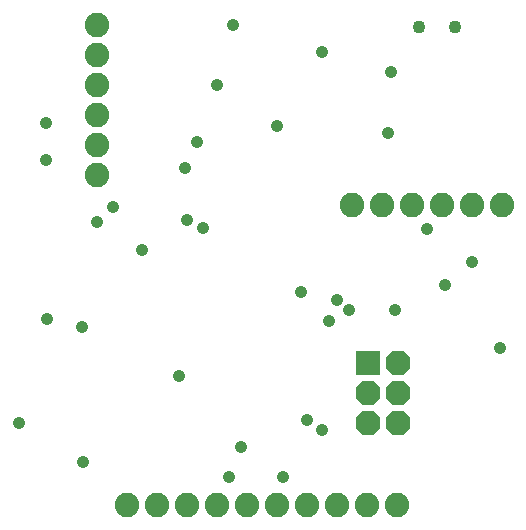
<source format=gbs>
G75*
%MOIN*%
%OFA0B0*%
%FSLAX25Y25*%
%IPPOS*%
%LPD*%
%AMOC8*
5,1,8,0,0,1.08239X$1,22.5*
%
%ADD10R,0.08200X0.08200*%
%ADD11OC8,0.08200*%
%ADD12C,0.08200*%
%ADD13C,0.04343*%
%ADD14C,0.04100*%
D10*
X0131500Y0067301D03*
D11*
X0141500Y0067301D03*
X0141500Y0057301D03*
X0131500Y0057301D03*
X0131500Y0047301D03*
X0141500Y0047301D03*
D12*
X0141000Y0019801D03*
X0131000Y0019801D03*
X0121000Y0019801D03*
X0111000Y0019801D03*
X0101000Y0019801D03*
X0091000Y0019801D03*
X0081000Y0019801D03*
X0071000Y0019801D03*
X0061000Y0019801D03*
X0051000Y0019801D03*
X0126000Y0119801D03*
X0136000Y0119801D03*
X0146000Y0119801D03*
X0156000Y0119801D03*
X0166000Y0119801D03*
X0176000Y0119801D03*
X0041000Y0129801D03*
X0041000Y0139801D03*
X0041000Y0149801D03*
X0041000Y0159801D03*
X0041000Y0169801D03*
X0041000Y0179801D03*
D13*
X0148594Y0179301D03*
X0160406Y0179301D03*
D14*
X0036500Y0034301D03*
X0015000Y0047301D03*
X0036000Y0079301D03*
X0024500Y0081801D03*
X0056000Y0104801D03*
X0041000Y0114301D03*
X0046500Y0119301D03*
X0024000Y0134801D03*
X0024000Y0147301D03*
X0070500Y0132301D03*
X0074500Y0140801D03*
X0081000Y0159801D03*
X0101000Y0146301D03*
X0116000Y0170801D03*
X0139000Y0164301D03*
X0138000Y0143801D03*
X0151000Y0111801D03*
X0166000Y0100801D03*
X0157000Y0093301D03*
X0140500Y0084801D03*
X0125000Y0084801D03*
X0121000Y0088301D03*
X0118500Y0081301D03*
X0109000Y0090801D03*
X0076500Y0112301D03*
X0071000Y0114801D03*
X0068500Y0062801D03*
X0089000Y0039301D03*
X0085000Y0029301D03*
X0103000Y0029301D03*
X0116000Y0044801D03*
X0111000Y0048301D03*
X0175500Y0072301D03*
X0086500Y0179801D03*
M02*

</source>
